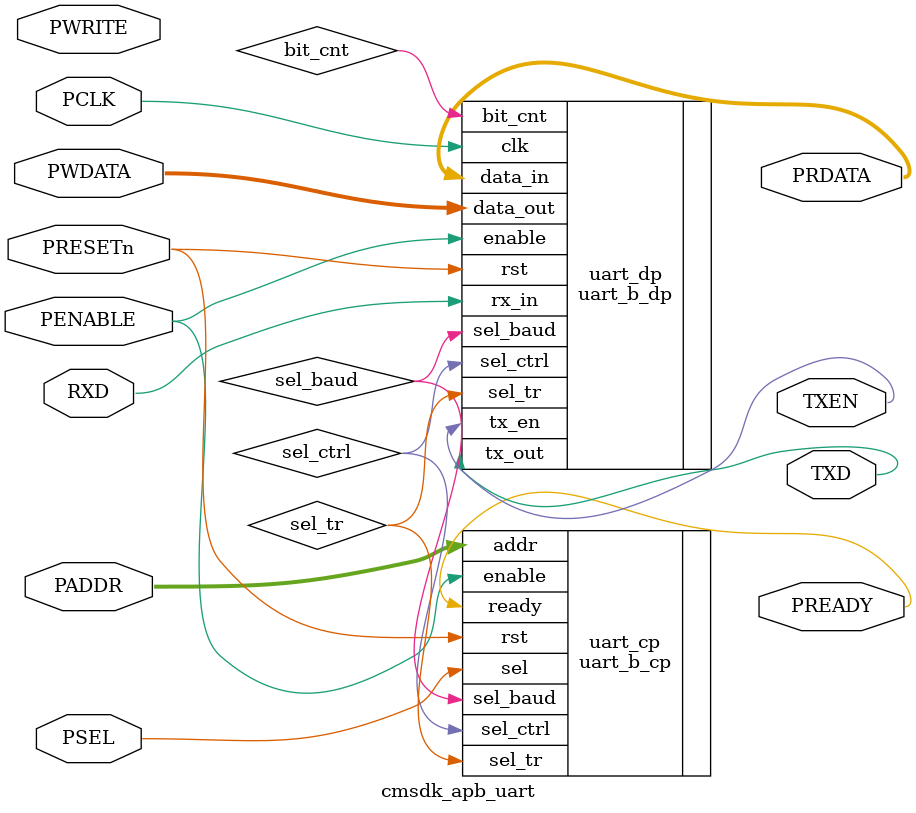
<source format=v>
`timescale 1ns/1ps

module cmsdk_apb_uart (
// --------------------------------------------------------------------------
// Port Definitions
// --------------------------------------------------------------------------
  input  wire        PCLK,     // Clock
  input  wire        PRESETn,  // Reset

  input  wire        PSEL,     // Device select
  input  wire [11:2] PADDR,    // Address
  input  wire        PENABLE,  // Transfer control
  input  wire        PWRITE,   // Write control
  input  wire [31:0] PWDATA,   // Write data
  output wire [31:0] PRDATA,   // Read data
  output wire        PREADY,   // Device ready

  input  wire        RXD,      // Serial input
  output wire        TXD,      // Transmit data output
  output wire        TXEN      // Transmit enabled
);

wire sel_tr;
wire sel_ctrl;
wire sel_baud;
wire bit_cnt;

uart_b_cp uart_cp
(
	.rst	  (PRESETn),
	.sel	  (PSEL),
	.enable (PENABLE),
	.addr	  (PADDR),
	
	.sel_tr	 (sel_tr),
	.sel_ctrl (sel_ctrl),
	.sel_baud (sel_baud),
	.ready	 (PREADY)
);

uart_b_dp uart_dp
(
	.clk		 (PCLK),
	.rst		 (PRESETn),
	.sel_tr   (sel_tr),
	.sel_ctrl (sel_ctrl),
	.sel_baud (sel_baud),
	.enable	 (PENABLE),
	.data_out (PWDATA),
	.rx_in	 (RXD),
	
	.data_in (PRDATA),
	.tx_en	(TXEN),
	.tx_out	(TXD),
	.bit_cnt (bit_cnt)
);


endmodule

</source>
